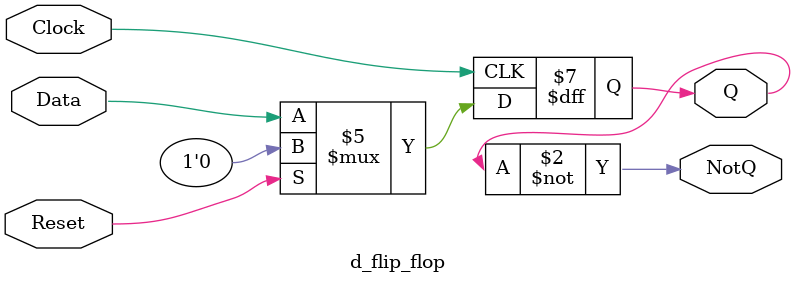
<source format=v>
module d_flip_flop(
    input Data,
    input Clock,
    input Reset,
    output reg Q,
    output NotQ
);
        
    initial begin
        Q <= 0;
    end
    
    always @(posedge Clock) 
        if (Reset)
            Q <= 0; 
        else
            Q <= Data;
        
    assign NotQ = ~Q;

endmodule

</source>
